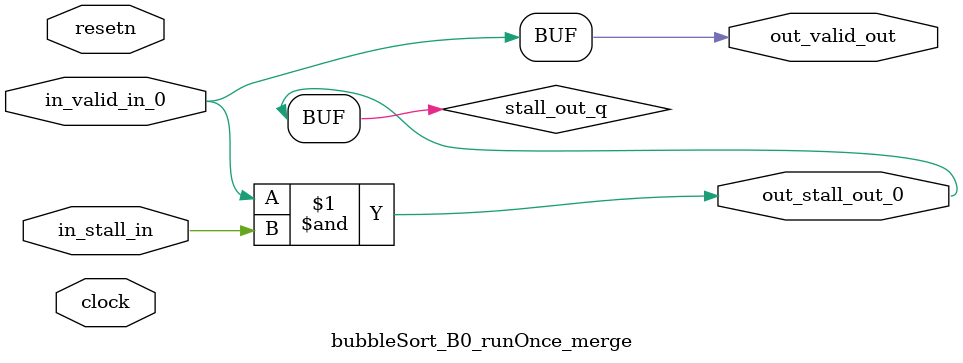
<source format=sv>



(* altera_attribute = "-name AUTO_SHIFT_REGISTER_RECOGNITION OFF; -name MESSAGE_DISABLE 10036; -name MESSAGE_DISABLE 10037; -name MESSAGE_DISABLE 14130; -name MESSAGE_DISABLE 14320; -name MESSAGE_DISABLE 15400; -name MESSAGE_DISABLE 14130; -name MESSAGE_DISABLE 10036; -name MESSAGE_DISABLE 12020; -name MESSAGE_DISABLE 12030; -name MESSAGE_DISABLE 12010; -name MESSAGE_DISABLE 12110; -name MESSAGE_DISABLE 14320; -name MESSAGE_DISABLE 13410; -name MESSAGE_DISABLE 113007; -name MESSAGE_DISABLE 10958" *)
module bubbleSort_B0_runOnce_merge (
    input wire [0:0] in_stall_in,
    input wire [0:0] in_valid_in_0,
    output wire [0:0] out_stall_out_0,
    output wire [0:0] out_valid_out,
    input wire clock,
    input wire resetn
    );

    wire [0:0] stall_out_q;


    // stall_out(LOGICAL,6)
    assign stall_out_q = in_valid_in_0 & in_stall_in;

    // out_stall_out_0(GPOUT,4)
    assign out_stall_out_0 = stall_out_q;

    // out_valid_out(GPOUT,5)
    assign out_valid_out = in_valid_in_0;

endmodule

</source>
